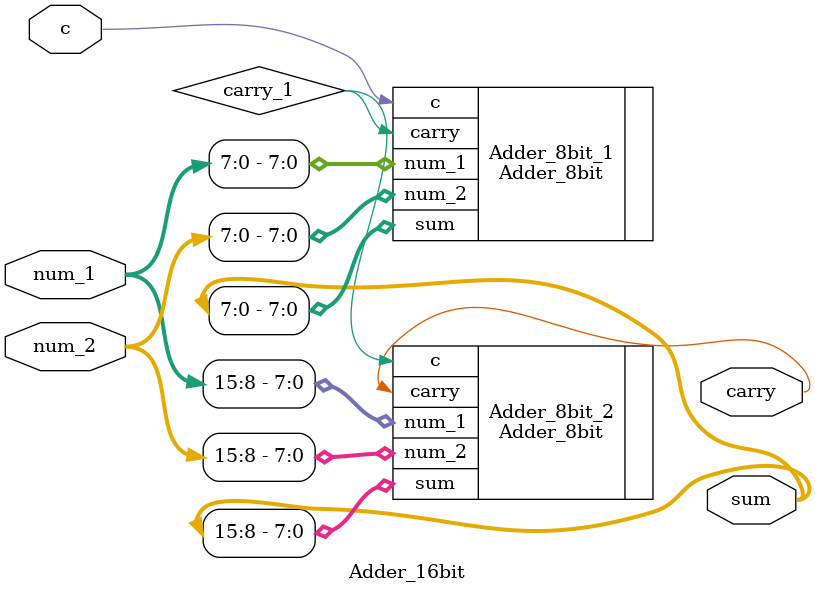
<source format=v>
`include "8bit_Gates.v"

module Adder_16bit(
    input wire [15:0] num_1,
    input wire [15:0] num_2,
    input wire c,              
    output wire [15:0] sum,     
    output wire carry          
);

    wire carry_1; 

    Adder_8bit Adder_8bit_1(
        .num_1(num_1[7:0]),  
        .num_2(num_2[7:0]), 
        .c(c),             
        .sum(sum[7:0]),       
        .carry(carry_1)      
    );

    Adder_8bit Adder_8bit_2(
        .num_1(num_1[15:8]),  
        .num_2(num_2[15:8]), 
        .c(carry_1),        
        .sum(sum[15:8]),     
        .carry(carry)        
    );

endmodule


</source>
